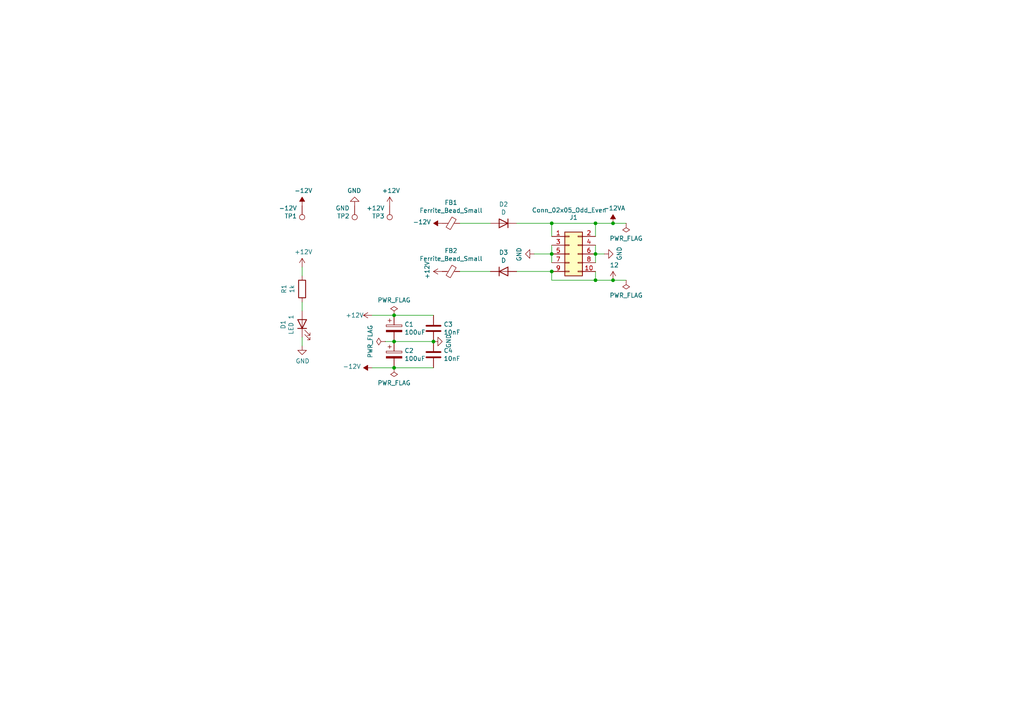
<source format=kicad_sch>
(kicad_sch (version 20211123) (generator eeschema)
  (paper "A4")
  (title_block (title "Polyphonic Envelope") (date "2022-01-02") (rev "1.0"))
  (lib_symbols
    (symbol "Connector:TestPoint" (pin_numbers hide) (pin_names (offset 0.762) hide)
      (property "Reference" "TP" (at 0 6.858 0))
      (property "Value" "TestPoint" (at 0 5.08 0))
      (symbol "TestPoint_0_1"
        (circle (center 0 3.302) (radius 0.762))
      )
      (symbol "TestPoint_1_1"
        (pin passive line (at 0 0 90) (length 2.54) (name "1") (number "1"))
      )
    )
    (symbol "Connector_Generic:Conn_02x05_Odd_Even" (pin_names (offset 1.016) hide)
      (property "Reference" "J" (at 1.27 7.62 0))
      (property "Value" "Conn_02x05_Odd_Even" (at 1.27 -7.62 0))
      (symbol "Conn_02x05_Odd_Even_1_1"
        (rectangle (start -1.27 -4.953) (end 0 -5.207) (stroke (width 0.1524)))
        (rectangle (start -1.27 -2.413) (end 0 -2.667) (stroke (width 0.1524)))
        (rectangle (start -1.27 0.127) (end 0 -0.127) (stroke (width 0.1524)))
        (rectangle (start -1.27 2.667) (end 0 2.413) (stroke (width 0.1524)))
        (rectangle (start -1.27 5.207) (end 0 4.953) (stroke (width 0.1524)))
        (rectangle (start -1.27 6.35) (end 3.81 -6.35) (stroke (width 0.254)) (fill (type background)))
        (rectangle (start 3.81 -4.953) (end 2.54 -5.207) (stroke (width 0.1524)))
        (rectangle (start 3.81 -2.413) (end 2.54 -2.667) (stroke (width 0.1524)))
        (rectangle (start 3.81 0.127) (end 2.54 -0.127) (stroke (width 0.1524)))
        (rectangle (start 3.81 2.667) (end 2.54 2.413) (stroke (width 0.1524)))
        (rectangle (start 3.81 5.207) (end 2.54 4.953) (stroke (width 0.1524)))
        (pin passive line (at -5.08 5.08 0) (length 3.81) (name "Pin_1") (number "1"))
        (pin passive line (at 7.62 -5.08 180) (length 3.81) (name "Pin_10") (number "10"))
        (pin passive line (at 7.62 5.08 180) (length 3.81) (name "Pin_2") (number "2"))
        (pin passive line (at -5.08 2.54 0) (length 3.81) (name "Pin_3") (number "3"))
        (pin passive line (at 7.62 2.54 180) (length 3.81) (name "Pin_4") (number "4"))
        (pin passive line (at -5.08 0 0) (length 3.81) (name "Pin_5") (number "5"))
        (pin passive line (at 7.62 0 180) (length 3.81) (name "Pin_6") (number "6"))
        (pin passive line (at -5.08 -2.54 0) (length 3.81) (name "Pin_7") (number "7"))
        (pin passive line (at 7.62 -2.54 180) (length 3.81) (name "Pin_8") (number "8"))
        (pin passive line (at -5.08 -5.08 0) (length 3.81) (name "Pin_9") (number "9"))
      )
    )
    (symbol "Device:C" (pin_numbers hide) (pin_names (offset 0.254))
      (property "Reference" "C" (at 0.635 2.54 0))
      (property "Value" "C" (at 0.635 -2.54 0))
      (symbol "C_0_1"
        (polyline (pts (xy -2.032 -0.762) (xy 2.032 -0.762)) (stroke (width 0.508)))
        (polyline (pts (xy -2.032 0.762) (xy 2.032 0.762)) (stroke (width 0.508)))
      )
      (symbol "C_1_1"
        (pin passive line (at 0 3.81 270) (length 2.794) (name "~") (number "1"))
        (pin passive line (at 0 -3.81 90) (length 2.794) (name "~") (number "2"))
      )
    )
    (symbol "Device:C_Polarized" (pin_numbers hide) (pin_names (offset 0.254))
      (property "Reference" "C" (at 0.635 2.54 0))
      (property "Value" "C_Polarized" (at 0.635 -2.54 0))
      (symbol "C_Polarized_0_1"
        (rectangle (start -2.286 0.508) (end 2.286 1.016))
        (polyline (pts (xy -1.778 2.286) (xy -0.762 2.286)))
        (polyline (pts (xy -1.27 2.794) (xy -1.27 1.778)))
        (rectangle (start 2.286 -0.508) (end -2.286 -1.016) (fill (type outline)))
      )
      (symbol "C_Polarized_1_1"
        (pin passive line (at 0 3.81 270) (length 2.794) (name "~") (number "1"))
        (pin passive line (at 0 -3.81 90) (length 2.794) (name "~") (number "2"))
      )
    )
    (symbol "Device:D" (pin_numbers hide) (pin_names (offset 1.016) hide)
      (property "Reference" "D" (at 0 2.54 0))
      (property "Value" "D" (at 0 -2.54 0))
      (symbol "D_0_1"
        (polyline (pts (xy -1.27 1.27) (xy -1.27 -1.27)) (stroke (width 0.254)))
        (polyline (pts (xy 1.27 0) (xy -1.27 0)))
        (polyline (pts (xy 1.27 1.27) (xy 1.27 -1.27) (xy -1.27 0) (xy 1.27 1.27)) (stroke (width 0.254)))
      )
      (symbol "D_1_1"
        (pin passive line (at -3.81 0 0) (length 2.54) (name "K") (number "1"))
        (pin passive line (at 3.81 0 180) (length 2.54) (name "A") (number "2"))
      )
    )
    (symbol "Device:FerriteBead_Small" (pin_numbers hide) (pin_names (offset 0))
      (property "Reference" "FB" (at 1.905 1.27 0))
      (property "Value" "FerriteBead_Small" (at 1.905 -1.27 0))
      (symbol "FerriteBead_Small_0_1"
        (polyline (pts (xy 0 -1.27) (xy 0 -0.7874)))
        (polyline (pts (xy 0 0.889) (xy 0 1.2954)))
        (polyline (pts (xy -1.8288 0.2794) (xy -1.1176 1.4986) (xy 1.8288 -0.2032) (xy 1.1176 -1.4224) (xy -1.8288 0.2794)))
      )
      (symbol "FerriteBead_Small_1_1"
        (pin passive line (at 0 2.54 270) (length 1.27) (name "~") (number "1"))
        (pin passive line (at 0 -2.54 90) (length 1.27) (name "~") (number "2"))
      )
    )
    (symbol "Device:LED" (pin_numbers hide) (pin_names (offset 1.016) hide)
      (property "Reference" "D" (at 0 2.54 0))
      (property "Value" "LED" (at 0 -2.54 0))
      (symbol "LED_0_1"
        (polyline (pts (xy -1.27 -1.27) (xy -1.27 1.27)) (stroke (width 0.254)))
        (polyline (pts (xy -1.27 0) (xy 1.27 0)))
        (polyline (pts (xy 1.27 -1.27) (xy 1.27 1.27) (xy -1.27 0) (xy 1.27 -1.27)) (stroke (width 0.254)))
        (polyline (pts (xy -3.048 -0.762) (xy -4.572 -2.286) (xy -3.81 -2.286) (xy -4.572 -2.286) (xy -4.572 -1.524)))
        (polyline (pts (xy -1.778 -0.762) (xy -3.302 -2.286) (xy -2.54 -2.286) (xy -3.302 -2.286) (xy -3.302 -1.524)))
      )
      (symbol "LED_1_1"
        (pin passive line (at -3.81 0 0) (length 2.54) (name "K") (number "1"))
        (pin passive line (at 3.81 0 180) (length 2.54) (name "A") (number "2"))
      )
    )
    (symbol "Device:R" (pin_numbers hide) (pin_names (offset 0))
      (property "Reference" "R" (at 2.032 0 90))
      (property "Value" "R" (at 0 0 90))
      (symbol "R_0_1"
        (rectangle (start -1.016 -2.54) (end 1.016 2.54) (stroke (width 0.254)))
      )
      (symbol "R_1_1"
        (pin passive line (at 0 3.81 270) (length 1.27) (name "~") (number "1"))
        (pin passive line (at 0 -3.81 90) (length 1.27) (name "~") (number "2"))
      )
    )
    (symbol "power:+12L" (power) (pin_names (offset 0))
      (property "Value" "+12L" (at 0 3.556 0))
      (symbol "+12L_0_1"
        (polyline (pts (xy -0.762 1.27) (xy 0 2.54)))
        (polyline (pts (xy 0 0) (xy 0 2.54)))
        (polyline (pts (xy 0 2.54) (xy 0.762 1.27)))
      )
      (symbol "+12L_1_1"
        (pin power_in line (at 0 0 90) (length 0) hide (name "+12L") (number "1"))
      )
    )
    (symbol "power:+12V" (power) (pin_names (offset 0))
      (property "Value" "+12V" (at 0 3.556 0))
      (symbol "+12V_0_1"
        (polyline (pts (xy -0.762 1.27) (xy 0 2.54)))
        (polyline (pts (xy 0 0) (xy 0 2.54)))
        (polyline (pts (xy 0 2.54) (xy 0.762 1.27)))
      )
      (symbol "+12V_1_1"
        (pin power_in line (at 0 0 90) (length 0) hide (name "+12V") (number "1"))
      )
    )
    (symbol "power:-12V" (power) (pin_names (offset 0))
      (property "Value" "-12V" (at 0 3.81 0))
      (symbol "-12V_0_0"
        (pin power_in line (at 0 0 90) (length 0) hide (name "-12V") (number "1"))
      )
      (symbol "-12V_0_1"
        (polyline (pts (xy 0 0) (xy 0 1.27) (xy 0.762 1.27) (xy 0 2.54) (xy -0.762 1.27) (xy 0 1.27)) (fill (type outline)))
      )
    )
    (symbol "power:-12VA" (power) (pin_names (offset 0))
      (property "Value" "-12VA" (at 0 3.556 0))
      (symbol "-12VA_0_0"
        (pin power_in line (at 0 0 90) (length 0) hide (name "-12VA") (number "1"))
      )
      (symbol "-12VA_0_1"
        (polyline (pts (xy 0 0) (xy 0 1.27) (xy 0.762 1.27) (xy 0 2.54) (xy -0.762 1.27) (xy 0 1.27)) (fill (type outline)))
      )
    )
    (symbol "power:GND" (power) (pin_names (offset 0))
      (property "Value" "GND" (at 0 -3.81 0))
      (symbol "GND_0_1"
        (polyline (pts (xy 0 0) (xy 0 -1.27) (xy 1.27 -1.27) (xy 0 -2.54) (xy -1.27 -1.27) (xy 0 -1.27)))
      )
      (symbol "GND_1_1"
        (pin power_in line (at 0 0 270) (length 0) hide (name "GND") (number "1"))
      )
    )
    (symbol "power:PWR_FLAG" (power) (pin_numbers hide) (pin_names (offset 0) hide)
      (property "Value" "PWR_FLAG" (at 0 3.81 0))
      (symbol "PWR_FLAG_0_0"
        (pin power_out line (at 0 0 90) (length 0) (name "pwr") (number "1"))
      )
      (symbol "PWR_FLAG_0_1"
        (polyline (pts (xy 0 0) (xy 0 1.27) (xy -1.016 1.905) (xy 0 2.54) (xy 1.016 1.905) (xy 0 1.27)))
      )
    )
  )
  (junction (at 177.8 64.77))
  (junction (at 177.8 81.28))
  (junction (at 172.72 73.66))
  (junction (at 114.3 106.68))
  (junction (at 160.02 73.66))
  (junction (at 160.02 78.74))
  (junction (at 172.72 81.28))
  (junction (at 160.02 64.77))
  (junction (at 125.73 99.06))
  (junction (at 172.72 64.77))
  (junction (at 114.3 99.06))
  (junction (at 114.3 91.44))
  (wire (pts (xy 172.72 64.77) (xy 172.72 68.58)))
  (wire (pts (xy 149.86 78.74) (xy 160.02 78.74)))
  (wire (pts (xy 87.63 90.17) (xy 87.63 87.63)))
  (wire (pts (xy 87.63 100.33) (xy 87.63 97.79)))
  (wire (pts (xy 172.72 73.66) (xy 172.72 76.2)))
  (wire (pts (xy 160.02 71.12) (xy 160.02 73.66)))
  (wire (pts (xy 114.3 91.44) (xy 125.73 91.44)))
  (wire (pts (xy 177.8 64.77) (xy 181.61 64.77)))
  (wire (pts (xy 160.02 64.77) (xy 172.72 64.77)))
  (wire (pts (xy 181.61 81.28) (xy 177.8 81.28)))
  (wire (pts (xy 87.63 80.01) (xy 87.63 77.47)))
  (wire (pts (xy 172.72 81.28) (xy 160.02 81.28)))
  (wire (pts (xy 133.35 78.74) (xy 142.24 78.74)))
  (wire (pts (xy 160.02 64.77) (xy 160.02 68.58)))
  (wire (pts (xy 172.72 71.12) (xy 172.72 73.66)))
  (wire (pts (xy 114.3 99.06) (xy 125.73 99.06)))
  (wire (pts (xy 177.8 81.28) (xy 172.72 81.28)))
  (wire (pts (xy 107.95 91.44) (xy 114.3 91.44)))
  (wire (pts (xy 160.02 73.66) (xy 154.94 73.66)))
  (wire (pts (xy 172.72 73.66) (xy 175.26 73.66)))
  (wire (pts (xy 133.35 64.77) (xy 142.24 64.77)))
  (wire (pts (xy 114.3 106.68) (xy 125.73 106.68)))
  (wire (pts (xy 172.72 64.77) (xy 177.8 64.77)))
  (wire (pts (xy 149.86 64.77) (xy 160.02 64.77)))
  (wire (pts (xy 160.02 73.66) (xy 160.02 76.2)))
  (wire (pts (xy 107.95 106.68) (xy 114.3 106.68)))
  (wire (pts (xy 114.3 99.06) (xy 111.76 99.06)))
  (wire (pts (xy 172.72 78.74) (xy 172.72 81.28)))
  (wire (pts (xy 160.02 81.28) (xy 160.02 78.74)))
  (symbol (lib_id "power:GND") (at 154.94 73.66 270) (unit 1)
    (property "Reference" "#PWR011" (effects hide))
    (property "Value" "GND" (at 150.5458 73.787 0))
  )
  (symbol (lib_id "Connector_Generic:Conn_02x05_Odd_Even") (at 165.1 73.66 0) (unit 1)
    (property "Reference" "J1" (at 166.37 63.0682 0))
    (property "Value" "Conn_02x05_Odd_Even" (at 165.1 60.96 0))
    (property "Footprint" "Connector_IDC:IDC-Header_2x05_P2.54mm_Vertical" (effects hide))
  )
  (symbol (lib_id "Device:C") (at 125.73 95.25 180) (unit 1)
    (property "Reference" "C3" (at 128.651 94.0816 0) (effects (justify right)))
    (property "Value" "10nF" (at 128.651 96.393 0) (effects (justify right)))
    (property "Footprint" "Capacitor_THT:C_Disc_D5.1mm_W3.2mm_P5.00mm" (effects hide))
  )
  (symbol (lib_id "Device:C_Polarized") (at 114.3 95.25 0) (unit 1)
    (property "Reference" "C1" (at 117.2972 94.0816 0) (effects (justify left)))
    (property "Value" "100uF" (at 117.2972 96.393 0) (effects (justify left)))
    (property "Footprint" "Capacitor_THT:CP_Radial_D5.0mm_P2.50mm" (effects hide))
  )
  (symbol (lib_id "power:GND") (at 125.73 99.06 90) (unit 1)
    (property "Reference" "#PWR08" (effects hide))
    (property "Value" "GND" (at 130.1242 98.933 0))
  )
  (symbol (lib_id "power:+12V") (at 107.95 91.44 90) (unit 1)
    (property "Reference" "#PWR05" (effects hide))
    (property "Value" "+12V" (at 102.87 91.44 90))
  )
  (symbol (lib_id "power:GND") (at 175.26 73.66 90) (unit 1)
    (property "Reference" "#PWR012" (effects hide))
    (property "Value" "GND" (at 179.6542 73.533 0))
  )
  (symbol (lib_id "power:GND") (at 102.87 59.69 180) (unit 1)
    (property "Reference" "#PWR04" (effects hide))
    (property "Value" "GND" (at 102.743 55.2958 0))
  )
  (symbol (lib_id "Connector:TestPoint") (at 102.87 59.69 180) (unit 1)
    (property "Reference" "TP2" (at 101.3968 62.6872 0) (effects (justify left)))
    (property "Value" "GND" (at 101.3968 60.3758 0) (effects (justify left)))
    (property "Footprint" "TestPoint:TestPoint_THTPad_D2.5mm_Drill1.2mm" (effects hide))
  )
  (symbol (lib_id "power:+12V") (at 113.03 59.69 0) (unit 1)
    (property "Reference" "#PWR07" (effects hide))
    (property "Value" "+12V" (at 113.411 55.2958 0))
  )
  (symbol (lib_id "Connector:TestPoint") (at 113.03 59.69 180) (unit 1)
    (property "Reference" "TP3" (at 111.5568 62.6872 0) (effects (justify left)))
    (property "Value" "+12V" (at 111.5568 60.3758 0) (effects (justify left)))
    (property "Footprint" "TestPoint:TestPoint_THTPad_D2.5mm_Drill1.2mm" (effects hide))
  )
  (symbol (lib_id "Device:FerriteBead_Small") (at 130.81 78.74 270) (unit 1)
    (property "Reference" "FB2" (at 130.81 72.7202 90))
    (property "Value" "Ferrite_Bead_Small" (at 130.81 75.0316 90))
    (property "Footprint" "Inductor_THT:L_Axial_L5.3mm_D2.2mm_P7.62mm_Horizontal_Vishay_IM-1" (effects hide))
  )
  (symbol (lib_id "power:+12V") (at 128.27 78.74 90) (unit 1)
    (property "Reference" "#PWR010" (effects hide))
    (property "Value" "+12V" (at 123.8758 78.359 0))
  )
  (symbol (lib_id "Device:LED") (at 87.63 93.98 90) (unit 1)
    (property "Reference" "D1" (at 82.1182 94.1578 0))
    (property "Value" "LED 1" (at 84.4296 94.1578 0))
    (property "Footprint" "LED_THT:LED_D3.0mm" (effects hide))
  )
  (symbol (lib_id "Device:R") (at 87.63 83.82 0) (unit 1)
    (property "Reference" "R1" (at 82.3722 83.82 90))
    (property "Value" "1k" (at 84.6836 83.82 90))
    (property "Footprint" "Resistor_SMD:R_1206_3216Metric_Pad1.30x1.75mm_HandSolder" (effects hide))
  )
  (symbol (lib_id "power:GND") (at 87.63 100.33 0) (unit 1)
    (property "Reference" "#PWR03" (effects hide))
    (property "Value" "GND" (at 87.757 104.7242 0))
  )
  (symbol (lib_id "power:+12V") (at 87.63 77.47 0) (unit 1)
    (property "Reference" "#PWR02" (effects hide))
    (property "Value" "+12V" (at 88.011 73.0758 0))
  )
  (symbol (lib_id "power:+12L") (at 177.8 81.28 0) (unit 1)
    (property "Reference" "#PWR014" (effects hide))
    (property "Value" "+12L" (at 178.181 76.8858 0))
    (property "Spice_Primitive" "V" (effects hide))
    (property "Spice_Model" "dc 12" (effects hide))
    (property "Spice_Netlist_Enabled" "Y" (effects hide))
  )
  (symbol (lib_id "power:PWR_FLAG") (at 114.3 91.44 0) (unit 1)
    (property "Reference" "#FLG02" (effects hide))
    (property "Value" "PWR_FLAG" (at 114.3 87.0458 0))
  )
  (symbol (lib_id "power:PWR_FLAG") (at 111.76 99.06 90) (unit 1)
    (property "Reference" "#FLG01" (effects hide))
    (property "Value" "PWR_FLAG" (at 107.3658 99.06 0))
  )
  (symbol (lib_id "power:PWR_FLAG") (at 181.61 64.77 180) (unit 1)
    (property "Reference" "#FLG04" (effects hide))
    (property "Value" "PWR_FLAG" (at 181.61 69.1642 0))
  )
  (symbol (lib_id "power:PWR_FLAG") (at 181.61 81.28 180) (unit 1)
    (property "Reference" "#FLG05" (effects hide))
    (property "Value" "PWR_FLAG" (at 181.61 85.6742 0))
  )
  (symbol (lib_id "Device:C") (at 125.73 102.87 180) (unit 1)
    (property "Reference" "C4" (at 128.651 101.7016 0) (effects (justify right)))
    (property "Value" "10nF" (at 128.651 104.013 0) (effects (justify right)))
    (property "Footprint" "Capacitor_THT:C_Disc_D5.1mm_W3.2mm_P5.00mm" (effects hide))
  )
  (symbol (lib_id "Device:C_Polarized") (at 114.3 102.87 0) (unit 1)
    (property "Reference" "C2" (at 117.2972 101.7016 0) (effects (justify left)))
    (property "Value" "100uF" (at 117.2972 104.013 0) (effects (justify left)))
    (property "Footprint" "Capacitor_THT:CP_Radial_D5.0mm_P2.50mm" (effects hide))
  )
  (symbol (lib_id "power:-12V") (at 107.95 106.68 90) (unit 1)
    (property "Reference" "#PWR06" (effects hide))
    (property "Value" "-12V" (at 104.6988 106.299 90) (effects (justify left)))
  )
  (symbol (lib_id "power:PWR_FLAG") (at 114.3 106.68 180) (unit 1)
    (property "Reference" "#FLG03" (effects hide))
    (property "Value" "PWR_FLAG" (at 114.3 111.0742 0))
  )
  (symbol (lib_id "Device:FerriteBead_Small") (at 130.81 64.77 270) (unit 1)
    (property "Reference" "FB1" (at 130.81 58.7502 90))
    (property "Value" "Ferrite_Bead_Small" (at 130.81 61.0616 90))
    (property "Footprint" "Inductor_THT:L_Axial_L5.3mm_D2.2mm_P7.62mm_Horizontal_Vishay_IM-1" (effects hide))
  )
  (symbol (lib_id "Device:D") (at 146.05 78.74 0) (unit 1)
    (property "Reference" "D3" (at 146.05 73.2282 0))
    (property "Value" "D" (at 146.05 75.5396 0))
    (property "Footprint" "Diode_THT:D_A-405_P7.62mm_Horizontal" (effects hide))
  )
  (symbol (lib_id "Device:D") (at 146.05 64.77 180) (unit 1)
    (property "Reference" "D2" (at 146.05 59.2582 0))
    (property "Value" "D" (at 146.05 61.5696 0))
    (property "Footprint" "Diode_THT:D_A-405_P7.62mm_Horizontal" (effects hide))
  )
  (symbol (lib_id "power:-12V") (at 128.27 64.77 90) (unit 1)
    (property "Reference" "#PWR09" (effects hide))
    (property "Value" "-12V" (at 125.0188 64.389 90) (effects (justify left)))
  )
  (symbol (lib_id "power:-12VA") (at 177.8 64.77 0) (unit 1)
    (property "Reference" "#PWR013" (effects hide))
    (property "Value" "-12VA" (at 178.181 60.3758 0))
  )
  (symbol (lib_id "Connector:TestPoint") (at 87.63 59.69 180) (unit 1)
    (property "Reference" "TP1" (at 86.1568 62.6872 0) (effects (justify left)))
    (property "Value" "-12V" (at 86.1568 60.3758 0) (effects (justify left)))
    (property "Footprint" "TestPoint:TestPoint_THTPad_D2.5mm_Drill1.2mm" (effects hide))
  )
  (symbol (lib_id "power:-12V") (at 87.63 59.69 0) (unit 1)
    (property "Reference" "#PWR01" (effects hide))
    (property "Value" "-12V" (at 88.011 55.2958 0))
  )
)
</source>
